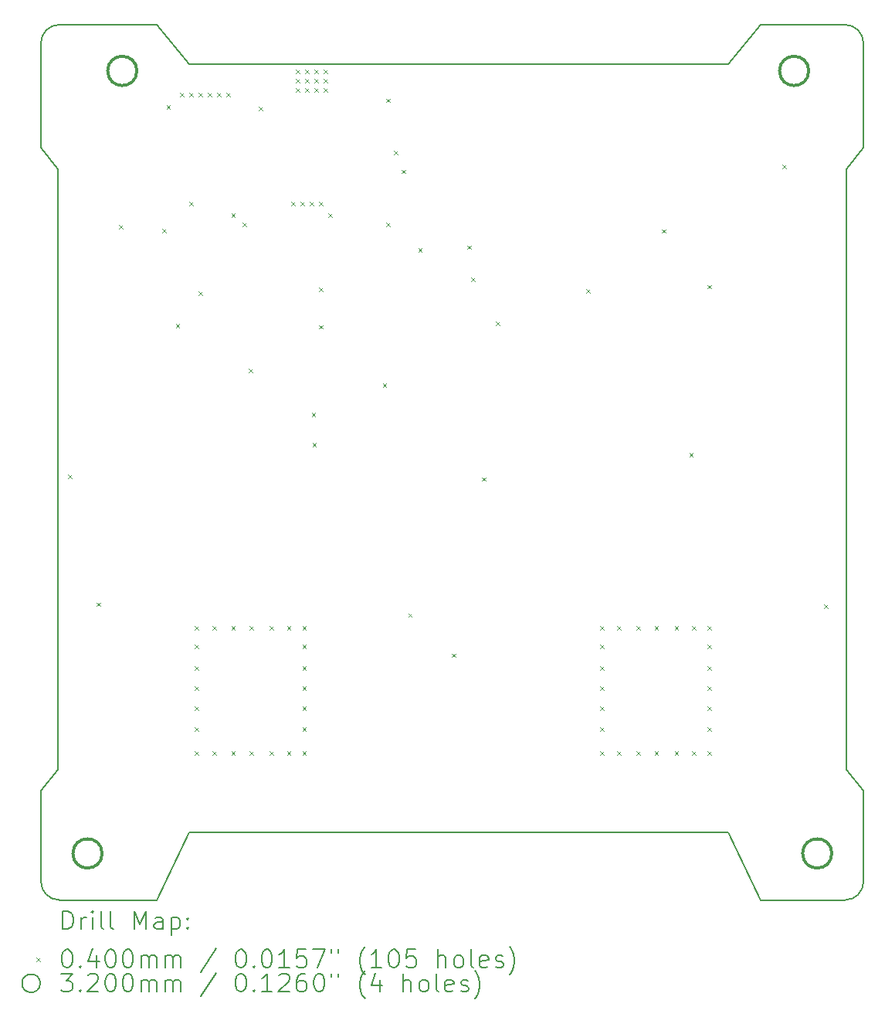
<source format=gbr>
%TF.GenerationSoftware,KiCad,Pcbnew,7.0.2-0*%
%TF.CreationDate,2024-05-08T22:09:41-07:00*%
%TF.ProjectId,MPPT_addon_board,4d505054-5f61-4646-946f-6e5f626f6172,1.4*%
%TF.SameCoordinates,Original*%
%TF.FileFunction,Drillmap*%
%TF.FilePolarity,Positive*%
%FSLAX45Y45*%
G04 Gerber Fmt 4.5, Leading zero omitted, Abs format (unit mm)*
G04 Created by KiCad (PCBNEW 7.0.2-0) date 2024-05-08 22:09:41*
%MOMM*%
%LPD*%
G01*
G04 APERTURE LIST*
%ADD10C,0.150000*%
%ADD11C,0.200000*%
%ADD12C,0.040000*%
%ADD13C,0.320000*%
G04 APERTURE END LIST*
D10*
X18849365Y-5450695D02*
X18850635Y-6600105D01*
X18662675Y-6833785D02*
X18662675Y-12031225D01*
X18849365Y-5450695D02*
G75*
G03*
X18649365Y-5250695I-199995J5D01*
G01*
X18850635Y-13636840D02*
X18849365Y-14639195D01*
X18649365Y-5250695D02*
X17720000Y-5250000D01*
X11098915Y-5250805D02*
X10032365Y-5250695D01*
X18662675Y-12031225D02*
X18662675Y-13410000D01*
X17365000Y-14100000D02*
X17720000Y-14839195D01*
X9836020Y-13636840D02*
X9832365Y-14639195D01*
X9832365Y-5450695D02*
X9831775Y-6600105D01*
X18662675Y-6833785D02*
X18850635Y-6600105D01*
X11455000Y-14100000D02*
X11098915Y-14840465D01*
X11460000Y-5680000D02*
X17370000Y-5680000D01*
X18662675Y-13410000D02*
X18850635Y-13636840D01*
X10020000Y-6833785D02*
X9831775Y-6600105D01*
X17720000Y-5250000D02*
X17370000Y-5680000D01*
X11460000Y-5680000D02*
X11098915Y-5250805D01*
X10032365Y-5250695D02*
G75*
G03*
X9832365Y-5450695I-5J-199995D01*
G01*
X10020000Y-13410000D02*
X10020000Y-6833785D01*
X9832365Y-14639195D02*
G75*
G03*
X10032365Y-14839195I199995J-5D01*
G01*
X17365000Y-14100000D02*
X11455000Y-14100000D01*
X11098915Y-14840465D02*
X10032365Y-14839195D01*
X18649365Y-14839195D02*
X17720000Y-14839195D01*
X10020000Y-13410000D02*
X9836020Y-13636840D01*
X18649365Y-14839195D02*
G75*
G03*
X18849365Y-14639195I5J199995D01*
G01*
D11*
D12*
X10130000Y-10180000D02*
X10170000Y-10220000D01*
X10170000Y-10180000D02*
X10130000Y-10220000D01*
X10440000Y-11580000D02*
X10480000Y-11620000D01*
X10480000Y-11580000D02*
X10440000Y-11620000D01*
X10690000Y-7447600D02*
X10730000Y-7487600D01*
X10730000Y-7447600D02*
X10690000Y-7487600D01*
X11165000Y-7485000D02*
X11205000Y-7525000D01*
X11205000Y-7485000D02*
X11165000Y-7525000D01*
X11210000Y-6130000D02*
X11250000Y-6170000D01*
X11250000Y-6130000D02*
X11210000Y-6170000D01*
X11310000Y-8530000D02*
X11350000Y-8570000D01*
X11350000Y-8530000D02*
X11310000Y-8570000D01*
X11359200Y-5999800D02*
X11399200Y-6039800D01*
X11399200Y-5999800D02*
X11359200Y-6039800D01*
X11460000Y-7190000D02*
X11500000Y-7230000D01*
X11500000Y-7190000D02*
X11460000Y-7230000D01*
X11460800Y-5999800D02*
X11500800Y-6039800D01*
X11500800Y-5999800D02*
X11460800Y-6039800D01*
X11520000Y-11840000D02*
X11560000Y-11880000D01*
X11560000Y-11840000D02*
X11520000Y-11880000D01*
X11520000Y-12040000D02*
X11560000Y-12080000D01*
X11560000Y-12040000D02*
X11520000Y-12080000D01*
X11520000Y-12280000D02*
X11560000Y-12320000D01*
X11560000Y-12280000D02*
X11520000Y-12320000D01*
X11520000Y-12500000D02*
X11560000Y-12540000D01*
X11560000Y-12500000D02*
X11520000Y-12540000D01*
X11520000Y-12720000D02*
X11560000Y-12760000D01*
X11560000Y-12720000D02*
X11520000Y-12760000D01*
X11520000Y-12950000D02*
X11560000Y-12990000D01*
X11560000Y-12950000D02*
X11520000Y-12990000D01*
X11520000Y-13210000D02*
X11560000Y-13250000D01*
X11560000Y-13210000D02*
X11520000Y-13250000D01*
X11560000Y-8170000D02*
X11600000Y-8210000D01*
X11600000Y-8170000D02*
X11560000Y-8210000D01*
X11562400Y-5999800D02*
X11602400Y-6039800D01*
X11602400Y-5999800D02*
X11562400Y-6039800D01*
X11664000Y-5999800D02*
X11704000Y-6039800D01*
X11704000Y-5999800D02*
X11664000Y-6039800D01*
X11710000Y-11840000D02*
X11750000Y-11880000D01*
X11750000Y-11840000D02*
X11710000Y-11880000D01*
X11710000Y-13210000D02*
X11750000Y-13250000D01*
X11750000Y-13210000D02*
X11710000Y-13250000D01*
X11765600Y-5999800D02*
X11805600Y-6039800D01*
X11805600Y-5999800D02*
X11765600Y-6039800D01*
X11867200Y-5999800D02*
X11907200Y-6039800D01*
X11907200Y-5999800D02*
X11867200Y-6039800D01*
X11920000Y-7320000D02*
X11960000Y-7360000D01*
X11960000Y-7320000D02*
X11920000Y-7360000D01*
X11920000Y-11840000D02*
X11960000Y-11880000D01*
X11960000Y-11840000D02*
X11920000Y-11880000D01*
X11920000Y-13210000D02*
X11960000Y-13250000D01*
X11960000Y-13210000D02*
X11920000Y-13250000D01*
X12045000Y-7420000D02*
X12085000Y-7460000D01*
X12085000Y-7420000D02*
X12045000Y-7460000D01*
X12110000Y-9020000D02*
X12150000Y-9060000D01*
X12150000Y-9020000D02*
X12110000Y-9060000D01*
X12120000Y-11840000D02*
X12160000Y-11880000D01*
X12160000Y-11840000D02*
X12120000Y-11880000D01*
X12120000Y-13210000D02*
X12160000Y-13250000D01*
X12160000Y-13210000D02*
X12120000Y-13250000D01*
X12223000Y-6150000D02*
X12263000Y-6190000D01*
X12263000Y-6150000D02*
X12223000Y-6190000D01*
X12340000Y-11840000D02*
X12380000Y-11880000D01*
X12380000Y-11840000D02*
X12340000Y-11880000D01*
X12340000Y-13210000D02*
X12380000Y-13250000D01*
X12380000Y-13210000D02*
X12340000Y-13250000D01*
X12530000Y-11840000D02*
X12570000Y-11880000D01*
X12570000Y-11840000D02*
X12530000Y-11880000D01*
X12530000Y-13210000D02*
X12570000Y-13250000D01*
X12570000Y-13210000D02*
X12530000Y-13250000D01*
X12578400Y-7193600D02*
X12618400Y-7233600D01*
X12618400Y-7193600D02*
X12578400Y-7233600D01*
X12629200Y-5745800D02*
X12669200Y-5785800D01*
X12669200Y-5745800D02*
X12629200Y-5785800D01*
X12629200Y-5847400D02*
X12669200Y-5887400D01*
X12669200Y-5847400D02*
X12629200Y-5887400D01*
X12629200Y-5949000D02*
X12669200Y-5989000D01*
X12669200Y-5949000D02*
X12629200Y-5989000D01*
X12680000Y-7193600D02*
X12720000Y-7233600D01*
X12720000Y-7193600D02*
X12680000Y-7233600D01*
X12700000Y-11840000D02*
X12740000Y-11880000D01*
X12740000Y-11840000D02*
X12700000Y-11880000D01*
X12700000Y-12040000D02*
X12740000Y-12080000D01*
X12740000Y-12040000D02*
X12700000Y-12080000D01*
X12700000Y-12280000D02*
X12740000Y-12320000D01*
X12740000Y-12280000D02*
X12700000Y-12320000D01*
X12700000Y-12500000D02*
X12740000Y-12540000D01*
X12740000Y-12500000D02*
X12700000Y-12540000D01*
X12700000Y-12720000D02*
X12740000Y-12760000D01*
X12740000Y-12720000D02*
X12700000Y-12760000D01*
X12700000Y-12950000D02*
X12740000Y-12990000D01*
X12740000Y-12950000D02*
X12700000Y-12990000D01*
X12700000Y-13210000D02*
X12740000Y-13250000D01*
X12740000Y-13210000D02*
X12700000Y-13250000D01*
X12730800Y-5745800D02*
X12770800Y-5785800D01*
X12770800Y-5745800D02*
X12730800Y-5785800D01*
X12730800Y-5847400D02*
X12770800Y-5887400D01*
X12770800Y-5847400D02*
X12730800Y-5887400D01*
X12730800Y-5949000D02*
X12770800Y-5989000D01*
X12770800Y-5949000D02*
X12730800Y-5989000D01*
X12781600Y-7193600D02*
X12821600Y-7233600D01*
X12821600Y-7193600D02*
X12781600Y-7233600D01*
X12800000Y-9500000D02*
X12840000Y-9540000D01*
X12840000Y-9500000D02*
X12800000Y-9540000D01*
X12810000Y-9830000D02*
X12850000Y-9870000D01*
X12850000Y-9830000D02*
X12810000Y-9870000D01*
X12832400Y-5745800D02*
X12872400Y-5785800D01*
X12872400Y-5745800D02*
X12832400Y-5785800D01*
X12832400Y-5847400D02*
X12872400Y-5887400D01*
X12872400Y-5847400D02*
X12832400Y-5887400D01*
X12832400Y-5949000D02*
X12872400Y-5989000D01*
X12872400Y-5949000D02*
X12832400Y-5989000D01*
X12880000Y-8130000D02*
X12920000Y-8170000D01*
X12920000Y-8130000D02*
X12880000Y-8170000D01*
X12880000Y-8540000D02*
X12920000Y-8580000D01*
X12920000Y-8540000D02*
X12880000Y-8580000D01*
X12883200Y-7193600D02*
X12923200Y-7233600D01*
X12923200Y-7193600D02*
X12883200Y-7233600D01*
X12934000Y-5745800D02*
X12974000Y-5785800D01*
X12974000Y-5745800D02*
X12934000Y-5785800D01*
X12934000Y-5847400D02*
X12974000Y-5887400D01*
X12974000Y-5847400D02*
X12934000Y-5887400D01*
X12934000Y-5949000D02*
X12974000Y-5989000D01*
X12974000Y-5949000D02*
X12934000Y-5989000D01*
X12980000Y-7320000D02*
X13020000Y-7360000D01*
X13020000Y-7320000D02*
X12980000Y-7360000D01*
X13580000Y-9180000D02*
X13620000Y-9220000D01*
X13620000Y-9180000D02*
X13580000Y-9220000D01*
X13620000Y-6060000D02*
X13660000Y-6100000D01*
X13660000Y-6060000D02*
X13620000Y-6100000D01*
X13620000Y-7420000D02*
X13660000Y-7460000D01*
X13660000Y-7420000D02*
X13620000Y-7460000D01*
X13700000Y-6630000D02*
X13740000Y-6670000D01*
X13740000Y-6630000D02*
X13700000Y-6670000D01*
X13790000Y-6840000D02*
X13830000Y-6880000D01*
X13830000Y-6840000D02*
X13790000Y-6880000D01*
X13860000Y-11700000D02*
X13900000Y-11740000D01*
X13900000Y-11700000D02*
X13860000Y-11740000D01*
X13970000Y-7700000D02*
X14010000Y-7740000D01*
X14010000Y-7700000D02*
X13970000Y-7740000D01*
X14340000Y-12140000D02*
X14380000Y-12180000D01*
X14380000Y-12140000D02*
X14340000Y-12180000D01*
X14507550Y-7669950D02*
X14547550Y-7709950D01*
X14547550Y-7669950D02*
X14507550Y-7709950D01*
X14550000Y-8020000D02*
X14590000Y-8060000D01*
X14590000Y-8020000D02*
X14550000Y-8060000D01*
X14670000Y-10210000D02*
X14710000Y-10250000D01*
X14710000Y-10210000D02*
X14670000Y-10250000D01*
X14820000Y-8500000D02*
X14860000Y-8540000D01*
X14860000Y-8500000D02*
X14820000Y-8540000D01*
X15807500Y-8147500D02*
X15847500Y-8187500D01*
X15847500Y-8147500D02*
X15807500Y-8187500D01*
X15960000Y-11840000D02*
X16000000Y-11880000D01*
X16000000Y-11840000D02*
X15960000Y-11880000D01*
X15960000Y-12040000D02*
X16000000Y-12080000D01*
X16000000Y-12040000D02*
X15960000Y-12080000D01*
X15960000Y-12280000D02*
X16000000Y-12320000D01*
X16000000Y-12280000D02*
X15960000Y-12320000D01*
X15960000Y-12500000D02*
X16000000Y-12540000D01*
X16000000Y-12500000D02*
X15960000Y-12540000D01*
X15960000Y-12720000D02*
X16000000Y-12760000D01*
X16000000Y-12720000D02*
X15960000Y-12760000D01*
X15960000Y-12950000D02*
X16000000Y-12990000D01*
X16000000Y-12950000D02*
X15960000Y-12990000D01*
X15960000Y-13210000D02*
X16000000Y-13250000D01*
X16000000Y-13210000D02*
X15960000Y-13250000D01*
X16150000Y-11840000D02*
X16190000Y-11880000D01*
X16190000Y-11840000D02*
X16150000Y-11880000D01*
X16150000Y-13210000D02*
X16190000Y-13250000D01*
X16190000Y-13210000D02*
X16150000Y-13250000D01*
X16360000Y-11840000D02*
X16400000Y-11880000D01*
X16400000Y-11840000D02*
X16360000Y-11880000D01*
X16360000Y-13210000D02*
X16400000Y-13250000D01*
X16400000Y-13210000D02*
X16360000Y-13250000D01*
X16560000Y-11840000D02*
X16600000Y-11880000D01*
X16600000Y-11840000D02*
X16560000Y-11880000D01*
X16560000Y-13210000D02*
X16600000Y-13250000D01*
X16600000Y-13210000D02*
X16560000Y-13250000D01*
X16640000Y-7490000D02*
X16680000Y-7530000D01*
X16680000Y-7490000D02*
X16640000Y-7530000D01*
X16780000Y-11840000D02*
X16820000Y-11880000D01*
X16820000Y-11840000D02*
X16780000Y-11880000D01*
X16780000Y-13210000D02*
X16820000Y-13250000D01*
X16820000Y-13210000D02*
X16780000Y-13250000D01*
X16940000Y-9940000D02*
X16980000Y-9980000D01*
X16980000Y-9940000D02*
X16940000Y-9980000D01*
X16970000Y-11840000D02*
X17010000Y-11880000D01*
X17010000Y-11840000D02*
X16970000Y-11880000D01*
X16970000Y-13210000D02*
X17010000Y-13250000D01*
X17010000Y-13210000D02*
X16970000Y-13250000D01*
X17140000Y-8100000D02*
X17180000Y-8140000D01*
X17180000Y-8100000D02*
X17140000Y-8140000D01*
X17140000Y-11840000D02*
X17180000Y-11880000D01*
X17180000Y-11840000D02*
X17140000Y-11880000D01*
X17140000Y-12040000D02*
X17180000Y-12080000D01*
X17180000Y-12040000D02*
X17140000Y-12080000D01*
X17140000Y-12280000D02*
X17180000Y-12320000D01*
X17180000Y-12280000D02*
X17140000Y-12320000D01*
X17140000Y-12500000D02*
X17180000Y-12540000D01*
X17180000Y-12500000D02*
X17140000Y-12540000D01*
X17140000Y-12720000D02*
X17180000Y-12760000D01*
X17180000Y-12720000D02*
X17140000Y-12760000D01*
X17140000Y-12950000D02*
X17180000Y-12990000D01*
X17180000Y-12950000D02*
X17140000Y-12990000D01*
X17140000Y-13210000D02*
X17180000Y-13250000D01*
X17180000Y-13210000D02*
X17140000Y-13250000D01*
X17963200Y-6787200D02*
X18003200Y-6827200D01*
X18003200Y-6787200D02*
X17963200Y-6827200D01*
X18420000Y-11600000D02*
X18460000Y-11640000D01*
X18460000Y-11600000D02*
X18420000Y-11640000D01*
D13*
X10502610Y-14329410D02*
G75*
G03*
X10502610Y-14329410I-160000J0D01*
G01*
X10883610Y-5756410D02*
G75*
G03*
X10883610Y-5756410I-160000J0D01*
G01*
X18249610Y-5756410D02*
G75*
G03*
X18249610Y-5756410I-160000J0D01*
G01*
X18502610Y-14329410D02*
G75*
G03*
X18502610Y-14329410I-160000J0D01*
G01*
D11*
X10071894Y-15160489D02*
X10071894Y-14960489D01*
X10071894Y-14960489D02*
X10119513Y-14960489D01*
X10119513Y-14960489D02*
X10148085Y-14970013D01*
X10148085Y-14970013D02*
X10167132Y-14989060D01*
X10167132Y-14989060D02*
X10176656Y-15008108D01*
X10176656Y-15008108D02*
X10186180Y-15046203D01*
X10186180Y-15046203D02*
X10186180Y-15074774D01*
X10186180Y-15074774D02*
X10176656Y-15112870D01*
X10176656Y-15112870D02*
X10167132Y-15131917D01*
X10167132Y-15131917D02*
X10148085Y-15150965D01*
X10148085Y-15150965D02*
X10119513Y-15160489D01*
X10119513Y-15160489D02*
X10071894Y-15160489D01*
X10271894Y-15160489D02*
X10271894Y-15027155D01*
X10271894Y-15065251D02*
X10281418Y-15046203D01*
X10281418Y-15046203D02*
X10290942Y-15036679D01*
X10290942Y-15036679D02*
X10309989Y-15027155D01*
X10309989Y-15027155D02*
X10329037Y-15027155D01*
X10395704Y-15160489D02*
X10395704Y-15027155D01*
X10395704Y-14960489D02*
X10386180Y-14970013D01*
X10386180Y-14970013D02*
X10395704Y-14979536D01*
X10395704Y-14979536D02*
X10405227Y-14970013D01*
X10405227Y-14970013D02*
X10395704Y-14960489D01*
X10395704Y-14960489D02*
X10395704Y-14979536D01*
X10519513Y-15160489D02*
X10500465Y-15150965D01*
X10500465Y-15150965D02*
X10490942Y-15131917D01*
X10490942Y-15131917D02*
X10490942Y-14960489D01*
X10624275Y-15160489D02*
X10605227Y-15150965D01*
X10605227Y-15150965D02*
X10595704Y-15131917D01*
X10595704Y-15131917D02*
X10595704Y-14960489D01*
X10852846Y-15160489D02*
X10852846Y-14960489D01*
X10852846Y-14960489D02*
X10919513Y-15103346D01*
X10919513Y-15103346D02*
X10986180Y-14960489D01*
X10986180Y-14960489D02*
X10986180Y-15160489D01*
X11167132Y-15160489D02*
X11167132Y-15055727D01*
X11167132Y-15055727D02*
X11157608Y-15036679D01*
X11157608Y-15036679D02*
X11138561Y-15027155D01*
X11138561Y-15027155D02*
X11100465Y-15027155D01*
X11100465Y-15027155D02*
X11081418Y-15036679D01*
X11167132Y-15150965D02*
X11148085Y-15160489D01*
X11148085Y-15160489D02*
X11100465Y-15160489D01*
X11100465Y-15160489D02*
X11081418Y-15150965D01*
X11081418Y-15150965D02*
X11071894Y-15131917D01*
X11071894Y-15131917D02*
X11071894Y-15112870D01*
X11071894Y-15112870D02*
X11081418Y-15093822D01*
X11081418Y-15093822D02*
X11100465Y-15084298D01*
X11100465Y-15084298D02*
X11148085Y-15084298D01*
X11148085Y-15084298D02*
X11167132Y-15074774D01*
X11262370Y-15027155D02*
X11262370Y-15227155D01*
X11262370Y-15036679D02*
X11281418Y-15027155D01*
X11281418Y-15027155D02*
X11319513Y-15027155D01*
X11319513Y-15027155D02*
X11338561Y-15036679D01*
X11338561Y-15036679D02*
X11348084Y-15046203D01*
X11348084Y-15046203D02*
X11357608Y-15065251D01*
X11357608Y-15065251D02*
X11357608Y-15122393D01*
X11357608Y-15122393D02*
X11348084Y-15141441D01*
X11348084Y-15141441D02*
X11338561Y-15150965D01*
X11338561Y-15150965D02*
X11319513Y-15160489D01*
X11319513Y-15160489D02*
X11281418Y-15160489D01*
X11281418Y-15160489D02*
X11262370Y-15150965D01*
X11443323Y-15141441D02*
X11452846Y-15150965D01*
X11452846Y-15150965D02*
X11443323Y-15160489D01*
X11443323Y-15160489D02*
X11433799Y-15150965D01*
X11433799Y-15150965D02*
X11443323Y-15141441D01*
X11443323Y-15141441D02*
X11443323Y-15160489D01*
X11443323Y-15036679D02*
X11452846Y-15046203D01*
X11452846Y-15046203D02*
X11443323Y-15055727D01*
X11443323Y-15055727D02*
X11433799Y-15046203D01*
X11433799Y-15046203D02*
X11443323Y-15036679D01*
X11443323Y-15036679D02*
X11443323Y-15055727D01*
D12*
X9784275Y-15467965D02*
X9824275Y-15507965D01*
X9824275Y-15467965D02*
X9784275Y-15507965D01*
D11*
X10109989Y-15380489D02*
X10129037Y-15380489D01*
X10129037Y-15380489D02*
X10148085Y-15390013D01*
X10148085Y-15390013D02*
X10157608Y-15399536D01*
X10157608Y-15399536D02*
X10167132Y-15418584D01*
X10167132Y-15418584D02*
X10176656Y-15456679D01*
X10176656Y-15456679D02*
X10176656Y-15504298D01*
X10176656Y-15504298D02*
X10167132Y-15542393D01*
X10167132Y-15542393D02*
X10157608Y-15561441D01*
X10157608Y-15561441D02*
X10148085Y-15570965D01*
X10148085Y-15570965D02*
X10129037Y-15580489D01*
X10129037Y-15580489D02*
X10109989Y-15580489D01*
X10109989Y-15580489D02*
X10090942Y-15570965D01*
X10090942Y-15570965D02*
X10081418Y-15561441D01*
X10081418Y-15561441D02*
X10071894Y-15542393D01*
X10071894Y-15542393D02*
X10062370Y-15504298D01*
X10062370Y-15504298D02*
X10062370Y-15456679D01*
X10062370Y-15456679D02*
X10071894Y-15418584D01*
X10071894Y-15418584D02*
X10081418Y-15399536D01*
X10081418Y-15399536D02*
X10090942Y-15390013D01*
X10090942Y-15390013D02*
X10109989Y-15380489D01*
X10262370Y-15561441D02*
X10271894Y-15570965D01*
X10271894Y-15570965D02*
X10262370Y-15580489D01*
X10262370Y-15580489D02*
X10252846Y-15570965D01*
X10252846Y-15570965D02*
X10262370Y-15561441D01*
X10262370Y-15561441D02*
X10262370Y-15580489D01*
X10443323Y-15447155D02*
X10443323Y-15580489D01*
X10395704Y-15370965D02*
X10348085Y-15513822D01*
X10348085Y-15513822D02*
X10471894Y-15513822D01*
X10586180Y-15380489D02*
X10605227Y-15380489D01*
X10605227Y-15380489D02*
X10624275Y-15390013D01*
X10624275Y-15390013D02*
X10633799Y-15399536D01*
X10633799Y-15399536D02*
X10643323Y-15418584D01*
X10643323Y-15418584D02*
X10652846Y-15456679D01*
X10652846Y-15456679D02*
X10652846Y-15504298D01*
X10652846Y-15504298D02*
X10643323Y-15542393D01*
X10643323Y-15542393D02*
X10633799Y-15561441D01*
X10633799Y-15561441D02*
X10624275Y-15570965D01*
X10624275Y-15570965D02*
X10605227Y-15580489D01*
X10605227Y-15580489D02*
X10586180Y-15580489D01*
X10586180Y-15580489D02*
X10567132Y-15570965D01*
X10567132Y-15570965D02*
X10557608Y-15561441D01*
X10557608Y-15561441D02*
X10548085Y-15542393D01*
X10548085Y-15542393D02*
X10538561Y-15504298D01*
X10538561Y-15504298D02*
X10538561Y-15456679D01*
X10538561Y-15456679D02*
X10548085Y-15418584D01*
X10548085Y-15418584D02*
X10557608Y-15399536D01*
X10557608Y-15399536D02*
X10567132Y-15390013D01*
X10567132Y-15390013D02*
X10586180Y-15380489D01*
X10776656Y-15380489D02*
X10795704Y-15380489D01*
X10795704Y-15380489D02*
X10814751Y-15390013D01*
X10814751Y-15390013D02*
X10824275Y-15399536D01*
X10824275Y-15399536D02*
X10833799Y-15418584D01*
X10833799Y-15418584D02*
X10843323Y-15456679D01*
X10843323Y-15456679D02*
X10843323Y-15504298D01*
X10843323Y-15504298D02*
X10833799Y-15542393D01*
X10833799Y-15542393D02*
X10824275Y-15561441D01*
X10824275Y-15561441D02*
X10814751Y-15570965D01*
X10814751Y-15570965D02*
X10795704Y-15580489D01*
X10795704Y-15580489D02*
X10776656Y-15580489D01*
X10776656Y-15580489D02*
X10757608Y-15570965D01*
X10757608Y-15570965D02*
X10748085Y-15561441D01*
X10748085Y-15561441D02*
X10738561Y-15542393D01*
X10738561Y-15542393D02*
X10729037Y-15504298D01*
X10729037Y-15504298D02*
X10729037Y-15456679D01*
X10729037Y-15456679D02*
X10738561Y-15418584D01*
X10738561Y-15418584D02*
X10748085Y-15399536D01*
X10748085Y-15399536D02*
X10757608Y-15390013D01*
X10757608Y-15390013D02*
X10776656Y-15380489D01*
X10929037Y-15580489D02*
X10929037Y-15447155D01*
X10929037Y-15466203D02*
X10938561Y-15456679D01*
X10938561Y-15456679D02*
X10957608Y-15447155D01*
X10957608Y-15447155D02*
X10986180Y-15447155D01*
X10986180Y-15447155D02*
X11005227Y-15456679D01*
X11005227Y-15456679D02*
X11014751Y-15475727D01*
X11014751Y-15475727D02*
X11014751Y-15580489D01*
X11014751Y-15475727D02*
X11024275Y-15456679D01*
X11024275Y-15456679D02*
X11043323Y-15447155D01*
X11043323Y-15447155D02*
X11071894Y-15447155D01*
X11071894Y-15447155D02*
X11090942Y-15456679D01*
X11090942Y-15456679D02*
X11100466Y-15475727D01*
X11100466Y-15475727D02*
X11100466Y-15580489D01*
X11195704Y-15580489D02*
X11195704Y-15447155D01*
X11195704Y-15466203D02*
X11205227Y-15456679D01*
X11205227Y-15456679D02*
X11224275Y-15447155D01*
X11224275Y-15447155D02*
X11252846Y-15447155D01*
X11252846Y-15447155D02*
X11271894Y-15456679D01*
X11271894Y-15456679D02*
X11281418Y-15475727D01*
X11281418Y-15475727D02*
X11281418Y-15580489D01*
X11281418Y-15475727D02*
X11290942Y-15456679D01*
X11290942Y-15456679D02*
X11309989Y-15447155D01*
X11309989Y-15447155D02*
X11338561Y-15447155D01*
X11338561Y-15447155D02*
X11357608Y-15456679D01*
X11357608Y-15456679D02*
X11367132Y-15475727D01*
X11367132Y-15475727D02*
X11367132Y-15580489D01*
X11757608Y-15370965D02*
X11586180Y-15628108D01*
X12014751Y-15380489D02*
X12033799Y-15380489D01*
X12033799Y-15380489D02*
X12052847Y-15390013D01*
X12052847Y-15390013D02*
X12062370Y-15399536D01*
X12062370Y-15399536D02*
X12071894Y-15418584D01*
X12071894Y-15418584D02*
X12081418Y-15456679D01*
X12081418Y-15456679D02*
X12081418Y-15504298D01*
X12081418Y-15504298D02*
X12071894Y-15542393D01*
X12071894Y-15542393D02*
X12062370Y-15561441D01*
X12062370Y-15561441D02*
X12052847Y-15570965D01*
X12052847Y-15570965D02*
X12033799Y-15580489D01*
X12033799Y-15580489D02*
X12014751Y-15580489D01*
X12014751Y-15580489D02*
X11995704Y-15570965D01*
X11995704Y-15570965D02*
X11986180Y-15561441D01*
X11986180Y-15561441D02*
X11976656Y-15542393D01*
X11976656Y-15542393D02*
X11967132Y-15504298D01*
X11967132Y-15504298D02*
X11967132Y-15456679D01*
X11967132Y-15456679D02*
X11976656Y-15418584D01*
X11976656Y-15418584D02*
X11986180Y-15399536D01*
X11986180Y-15399536D02*
X11995704Y-15390013D01*
X11995704Y-15390013D02*
X12014751Y-15380489D01*
X12167132Y-15561441D02*
X12176656Y-15570965D01*
X12176656Y-15570965D02*
X12167132Y-15580489D01*
X12167132Y-15580489D02*
X12157608Y-15570965D01*
X12157608Y-15570965D02*
X12167132Y-15561441D01*
X12167132Y-15561441D02*
X12167132Y-15580489D01*
X12300466Y-15380489D02*
X12319513Y-15380489D01*
X12319513Y-15380489D02*
X12338561Y-15390013D01*
X12338561Y-15390013D02*
X12348085Y-15399536D01*
X12348085Y-15399536D02*
X12357608Y-15418584D01*
X12357608Y-15418584D02*
X12367132Y-15456679D01*
X12367132Y-15456679D02*
X12367132Y-15504298D01*
X12367132Y-15504298D02*
X12357608Y-15542393D01*
X12357608Y-15542393D02*
X12348085Y-15561441D01*
X12348085Y-15561441D02*
X12338561Y-15570965D01*
X12338561Y-15570965D02*
X12319513Y-15580489D01*
X12319513Y-15580489D02*
X12300466Y-15580489D01*
X12300466Y-15580489D02*
X12281418Y-15570965D01*
X12281418Y-15570965D02*
X12271894Y-15561441D01*
X12271894Y-15561441D02*
X12262370Y-15542393D01*
X12262370Y-15542393D02*
X12252847Y-15504298D01*
X12252847Y-15504298D02*
X12252847Y-15456679D01*
X12252847Y-15456679D02*
X12262370Y-15418584D01*
X12262370Y-15418584D02*
X12271894Y-15399536D01*
X12271894Y-15399536D02*
X12281418Y-15390013D01*
X12281418Y-15390013D02*
X12300466Y-15380489D01*
X12557608Y-15580489D02*
X12443323Y-15580489D01*
X12500466Y-15580489D02*
X12500466Y-15380489D01*
X12500466Y-15380489D02*
X12481418Y-15409060D01*
X12481418Y-15409060D02*
X12462370Y-15428108D01*
X12462370Y-15428108D02*
X12443323Y-15437632D01*
X12738561Y-15380489D02*
X12643323Y-15380489D01*
X12643323Y-15380489D02*
X12633799Y-15475727D01*
X12633799Y-15475727D02*
X12643323Y-15466203D01*
X12643323Y-15466203D02*
X12662370Y-15456679D01*
X12662370Y-15456679D02*
X12709989Y-15456679D01*
X12709989Y-15456679D02*
X12729037Y-15466203D01*
X12729037Y-15466203D02*
X12738561Y-15475727D01*
X12738561Y-15475727D02*
X12748085Y-15494774D01*
X12748085Y-15494774D02*
X12748085Y-15542393D01*
X12748085Y-15542393D02*
X12738561Y-15561441D01*
X12738561Y-15561441D02*
X12729037Y-15570965D01*
X12729037Y-15570965D02*
X12709989Y-15580489D01*
X12709989Y-15580489D02*
X12662370Y-15580489D01*
X12662370Y-15580489D02*
X12643323Y-15570965D01*
X12643323Y-15570965D02*
X12633799Y-15561441D01*
X12814751Y-15380489D02*
X12948085Y-15380489D01*
X12948085Y-15380489D02*
X12862370Y-15580489D01*
X13014751Y-15380489D02*
X13014751Y-15418584D01*
X13090942Y-15380489D02*
X13090942Y-15418584D01*
X13386180Y-15656679D02*
X13376656Y-15647155D01*
X13376656Y-15647155D02*
X13357609Y-15618584D01*
X13357609Y-15618584D02*
X13348085Y-15599536D01*
X13348085Y-15599536D02*
X13338561Y-15570965D01*
X13338561Y-15570965D02*
X13329037Y-15523346D01*
X13329037Y-15523346D02*
X13329037Y-15485251D01*
X13329037Y-15485251D02*
X13338561Y-15437632D01*
X13338561Y-15437632D02*
X13348085Y-15409060D01*
X13348085Y-15409060D02*
X13357609Y-15390013D01*
X13357609Y-15390013D02*
X13376656Y-15361441D01*
X13376656Y-15361441D02*
X13386180Y-15351917D01*
X13567132Y-15580489D02*
X13452847Y-15580489D01*
X13509989Y-15580489D02*
X13509989Y-15380489D01*
X13509989Y-15380489D02*
X13490942Y-15409060D01*
X13490942Y-15409060D02*
X13471894Y-15428108D01*
X13471894Y-15428108D02*
X13452847Y-15437632D01*
X13690942Y-15380489D02*
X13709990Y-15380489D01*
X13709990Y-15380489D02*
X13729037Y-15390013D01*
X13729037Y-15390013D02*
X13738561Y-15399536D01*
X13738561Y-15399536D02*
X13748085Y-15418584D01*
X13748085Y-15418584D02*
X13757609Y-15456679D01*
X13757609Y-15456679D02*
X13757609Y-15504298D01*
X13757609Y-15504298D02*
X13748085Y-15542393D01*
X13748085Y-15542393D02*
X13738561Y-15561441D01*
X13738561Y-15561441D02*
X13729037Y-15570965D01*
X13729037Y-15570965D02*
X13709990Y-15580489D01*
X13709990Y-15580489D02*
X13690942Y-15580489D01*
X13690942Y-15580489D02*
X13671894Y-15570965D01*
X13671894Y-15570965D02*
X13662370Y-15561441D01*
X13662370Y-15561441D02*
X13652847Y-15542393D01*
X13652847Y-15542393D02*
X13643323Y-15504298D01*
X13643323Y-15504298D02*
X13643323Y-15456679D01*
X13643323Y-15456679D02*
X13652847Y-15418584D01*
X13652847Y-15418584D02*
X13662370Y-15399536D01*
X13662370Y-15399536D02*
X13671894Y-15390013D01*
X13671894Y-15390013D02*
X13690942Y-15380489D01*
X13938561Y-15380489D02*
X13843323Y-15380489D01*
X13843323Y-15380489D02*
X13833799Y-15475727D01*
X13833799Y-15475727D02*
X13843323Y-15466203D01*
X13843323Y-15466203D02*
X13862370Y-15456679D01*
X13862370Y-15456679D02*
X13909990Y-15456679D01*
X13909990Y-15456679D02*
X13929037Y-15466203D01*
X13929037Y-15466203D02*
X13938561Y-15475727D01*
X13938561Y-15475727D02*
X13948085Y-15494774D01*
X13948085Y-15494774D02*
X13948085Y-15542393D01*
X13948085Y-15542393D02*
X13938561Y-15561441D01*
X13938561Y-15561441D02*
X13929037Y-15570965D01*
X13929037Y-15570965D02*
X13909990Y-15580489D01*
X13909990Y-15580489D02*
X13862370Y-15580489D01*
X13862370Y-15580489D02*
X13843323Y-15570965D01*
X13843323Y-15570965D02*
X13833799Y-15561441D01*
X14186180Y-15580489D02*
X14186180Y-15380489D01*
X14271894Y-15580489D02*
X14271894Y-15475727D01*
X14271894Y-15475727D02*
X14262371Y-15456679D01*
X14262371Y-15456679D02*
X14243323Y-15447155D01*
X14243323Y-15447155D02*
X14214751Y-15447155D01*
X14214751Y-15447155D02*
X14195704Y-15456679D01*
X14195704Y-15456679D02*
X14186180Y-15466203D01*
X14395704Y-15580489D02*
X14376656Y-15570965D01*
X14376656Y-15570965D02*
X14367132Y-15561441D01*
X14367132Y-15561441D02*
X14357609Y-15542393D01*
X14357609Y-15542393D02*
X14357609Y-15485251D01*
X14357609Y-15485251D02*
X14367132Y-15466203D01*
X14367132Y-15466203D02*
X14376656Y-15456679D01*
X14376656Y-15456679D02*
X14395704Y-15447155D01*
X14395704Y-15447155D02*
X14424275Y-15447155D01*
X14424275Y-15447155D02*
X14443323Y-15456679D01*
X14443323Y-15456679D02*
X14452847Y-15466203D01*
X14452847Y-15466203D02*
X14462371Y-15485251D01*
X14462371Y-15485251D02*
X14462371Y-15542393D01*
X14462371Y-15542393D02*
X14452847Y-15561441D01*
X14452847Y-15561441D02*
X14443323Y-15570965D01*
X14443323Y-15570965D02*
X14424275Y-15580489D01*
X14424275Y-15580489D02*
X14395704Y-15580489D01*
X14576656Y-15580489D02*
X14557609Y-15570965D01*
X14557609Y-15570965D02*
X14548085Y-15551917D01*
X14548085Y-15551917D02*
X14548085Y-15380489D01*
X14729037Y-15570965D02*
X14709990Y-15580489D01*
X14709990Y-15580489D02*
X14671894Y-15580489D01*
X14671894Y-15580489D02*
X14652847Y-15570965D01*
X14652847Y-15570965D02*
X14643323Y-15551917D01*
X14643323Y-15551917D02*
X14643323Y-15475727D01*
X14643323Y-15475727D02*
X14652847Y-15456679D01*
X14652847Y-15456679D02*
X14671894Y-15447155D01*
X14671894Y-15447155D02*
X14709990Y-15447155D01*
X14709990Y-15447155D02*
X14729037Y-15456679D01*
X14729037Y-15456679D02*
X14738561Y-15475727D01*
X14738561Y-15475727D02*
X14738561Y-15494774D01*
X14738561Y-15494774D02*
X14643323Y-15513822D01*
X14814752Y-15570965D02*
X14833799Y-15580489D01*
X14833799Y-15580489D02*
X14871894Y-15580489D01*
X14871894Y-15580489D02*
X14890942Y-15570965D01*
X14890942Y-15570965D02*
X14900466Y-15551917D01*
X14900466Y-15551917D02*
X14900466Y-15542393D01*
X14900466Y-15542393D02*
X14890942Y-15523346D01*
X14890942Y-15523346D02*
X14871894Y-15513822D01*
X14871894Y-15513822D02*
X14843323Y-15513822D01*
X14843323Y-15513822D02*
X14824275Y-15504298D01*
X14824275Y-15504298D02*
X14814752Y-15485251D01*
X14814752Y-15485251D02*
X14814752Y-15475727D01*
X14814752Y-15475727D02*
X14824275Y-15456679D01*
X14824275Y-15456679D02*
X14843323Y-15447155D01*
X14843323Y-15447155D02*
X14871894Y-15447155D01*
X14871894Y-15447155D02*
X14890942Y-15456679D01*
X14967133Y-15656679D02*
X14976656Y-15647155D01*
X14976656Y-15647155D02*
X14995704Y-15618584D01*
X14995704Y-15618584D02*
X15005228Y-15599536D01*
X15005228Y-15599536D02*
X15014752Y-15570965D01*
X15014752Y-15570965D02*
X15024275Y-15523346D01*
X15024275Y-15523346D02*
X15024275Y-15485251D01*
X15024275Y-15485251D02*
X15014752Y-15437632D01*
X15014752Y-15437632D02*
X15005228Y-15409060D01*
X15005228Y-15409060D02*
X14995704Y-15390013D01*
X14995704Y-15390013D02*
X14976656Y-15361441D01*
X14976656Y-15361441D02*
X14967133Y-15351917D01*
X9824275Y-15751965D02*
G75*
G03*
X9824275Y-15751965I-100000J0D01*
G01*
X10052846Y-15644489D02*
X10176656Y-15644489D01*
X10176656Y-15644489D02*
X10109989Y-15720679D01*
X10109989Y-15720679D02*
X10138561Y-15720679D01*
X10138561Y-15720679D02*
X10157608Y-15730203D01*
X10157608Y-15730203D02*
X10167132Y-15739727D01*
X10167132Y-15739727D02*
X10176656Y-15758774D01*
X10176656Y-15758774D02*
X10176656Y-15806393D01*
X10176656Y-15806393D02*
X10167132Y-15825441D01*
X10167132Y-15825441D02*
X10157608Y-15834965D01*
X10157608Y-15834965D02*
X10138561Y-15844489D01*
X10138561Y-15844489D02*
X10081418Y-15844489D01*
X10081418Y-15844489D02*
X10062370Y-15834965D01*
X10062370Y-15834965D02*
X10052846Y-15825441D01*
X10262370Y-15825441D02*
X10271894Y-15834965D01*
X10271894Y-15834965D02*
X10262370Y-15844489D01*
X10262370Y-15844489D02*
X10252846Y-15834965D01*
X10252846Y-15834965D02*
X10262370Y-15825441D01*
X10262370Y-15825441D02*
X10262370Y-15844489D01*
X10348085Y-15663536D02*
X10357608Y-15654013D01*
X10357608Y-15654013D02*
X10376656Y-15644489D01*
X10376656Y-15644489D02*
X10424275Y-15644489D01*
X10424275Y-15644489D02*
X10443323Y-15654013D01*
X10443323Y-15654013D02*
X10452846Y-15663536D01*
X10452846Y-15663536D02*
X10462370Y-15682584D01*
X10462370Y-15682584D02*
X10462370Y-15701632D01*
X10462370Y-15701632D02*
X10452846Y-15730203D01*
X10452846Y-15730203D02*
X10338561Y-15844489D01*
X10338561Y-15844489D02*
X10462370Y-15844489D01*
X10586180Y-15644489D02*
X10605227Y-15644489D01*
X10605227Y-15644489D02*
X10624275Y-15654013D01*
X10624275Y-15654013D02*
X10633799Y-15663536D01*
X10633799Y-15663536D02*
X10643323Y-15682584D01*
X10643323Y-15682584D02*
X10652846Y-15720679D01*
X10652846Y-15720679D02*
X10652846Y-15768298D01*
X10652846Y-15768298D02*
X10643323Y-15806393D01*
X10643323Y-15806393D02*
X10633799Y-15825441D01*
X10633799Y-15825441D02*
X10624275Y-15834965D01*
X10624275Y-15834965D02*
X10605227Y-15844489D01*
X10605227Y-15844489D02*
X10586180Y-15844489D01*
X10586180Y-15844489D02*
X10567132Y-15834965D01*
X10567132Y-15834965D02*
X10557608Y-15825441D01*
X10557608Y-15825441D02*
X10548085Y-15806393D01*
X10548085Y-15806393D02*
X10538561Y-15768298D01*
X10538561Y-15768298D02*
X10538561Y-15720679D01*
X10538561Y-15720679D02*
X10548085Y-15682584D01*
X10548085Y-15682584D02*
X10557608Y-15663536D01*
X10557608Y-15663536D02*
X10567132Y-15654013D01*
X10567132Y-15654013D02*
X10586180Y-15644489D01*
X10776656Y-15644489D02*
X10795704Y-15644489D01*
X10795704Y-15644489D02*
X10814751Y-15654013D01*
X10814751Y-15654013D02*
X10824275Y-15663536D01*
X10824275Y-15663536D02*
X10833799Y-15682584D01*
X10833799Y-15682584D02*
X10843323Y-15720679D01*
X10843323Y-15720679D02*
X10843323Y-15768298D01*
X10843323Y-15768298D02*
X10833799Y-15806393D01*
X10833799Y-15806393D02*
X10824275Y-15825441D01*
X10824275Y-15825441D02*
X10814751Y-15834965D01*
X10814751Y-15834965D02*
X10795704Y-15844489D01*
X10795704Y-15844489D02*
X10776656Y-15844489D01*
X10776656Y-15844489D02*
X10757608Y-15834965D01*
X10757608Y-15834965D02*
X10748085Y-15825441D01*
X10748085Y-15825441D02*
X10738561Y-15806393D01*
X10738561Y-15806393D02*
X10729037Y-15768298D01*
X10729037Y-15768298D02*
X10729037Y-15720679D01*
X10729037Y-15720679D02*
X10738561Y-15682584D01*
X10738561Y-15682584D02*
X10748085Y-15663536D01*
X10748085Y-15663536D02*
X10757608Y-15654013D01*
X10757608Y-15654013D02*
X10776656Y-15644489D01*
X10929037Y-15844489D02*
X10929037Y-15711155D01*
X10929037Y-15730203D02*
X10938561Y-15720679D01*
X10938561Y-15720679D02*
X10957608Y-15711155D01*
X10957608Y-15711155D02*
X10986180Y-15711155D01*
X10986180Y-15711155D02*
X11005227Y-15720679D01*
X11005227Y-15720679D02*
X11014751Y-15739727D01*
X11014751Y-15739727D02*
X11014751Y-15844489D01*
X11014751Y-15739727D02*
X11024275Y-15720679D01*
X11024275Y-15720679D02*
X11043323Y-15711155D01*
X11043323Y-15711155D02*
X11071894Y-15711155D01*
X11071894Y-15711155D02*
X11090942Y-15720679D01*
X11090942Y-15720679D02*
X11100466Y-15739727D01*
X11100466Y-15739727D02*
X11100466Y-15844489D01*
X11195704Y-15844489D02*
X11195704Y-15711155D01*
X11195704Y-15730203D02*
X11205227Y-15720679D01*
X11205227Y-15720679D02*
X11224275Y-15711155D01*
X11224275Y-15711155D02*
X11252846Y-15711155D01*
X11252846Y-15711155D02*
X11271894Y-15720679D01*
X11271894Y-15720679D02*
X11281418Y-15739727D01*
X11281418Y-15739727D02*
X11281418Y-15844489D01*
X11281418Y-15739727D02*
X11290942Y-15720679D01*
X11290942Y-15720679D02*
X11309989Y-15711155D01*
X11309989Y-15711155D02*
X11338561Y-15711155D01*
X11338561Y-15711155D02*
X11357608Y-15720679D01*
X11357608Y-15720679D02*
X11367132Y-15739727D01*
X11367132Y-15739727D02*
X11367132Y-15844489D01*
X11757608Y-15634965D02*
X11586180Y-15892108D01*
X12014751Y-15644489D02*
X12033799Y-15644489D01*
X12033799Y-15644489D02*
X12052847Y-15654013D01*
X12052847Y-15654013D02*
X12062370Y-15663536D01*
X12062370Y-15663536D02*
X12071894Y-15682584D01*
X12071894Y-15682584D02*
X12081418Y-15720679D01*
X12081418Y-15720679D02*
X12081418Y-15768298D01*
X12081418Y-15768298D02*
X12071894Y-15806393D01*
X12071894Y-15806393D02*
X12062370Y-15825441D01*
X12062370Y-15825441D02*
X12052847Y-15834965D01*
X12052847Y-15834965D02*
X12033799Y-15844489D01*
X12033799Y-15844489D02*
X12014751Y-15844489D01*
X12014751Y-15844489D02*
X11995704Y-15834965D01*
X11995704Y-15834965D02*
X11986180Y-15825441D01*
X11986180Y-15825441D02*
X11976656Y-15806393D01*
X11976656Y-15806393D02*
X11967132Y-15768298D01*
X11967132Y-15768298D02*
X11967132Y-15720679D01*
X11967132Y-15720679D02*
X11976656Y-15682584D01*
X11976656Y-15682584D02*
X11986180Y-15663536D01*
X11986180Y-15663536D02*
X11995704Y-15654013D01*
X11995704Y-15654013D02*
X12014751Y-15644489D01*
X12167132Y-15825441D02*
X12176656Y-15834965D01*
X12176656Y-15834965D02*
X12167132Y-15844489D01*
X12167132Y-15844489D02*
X12157608Y-15834965D01*
X12157608Y-15834965D02*
X12167132Y-15825441D01*
X12167132Y-15825441D02*
X12167132Y-15844489D01*
X12367132Y-15844489D02*
X12252847Y-15844489D01*
X12309989Y-15844489D02*
X12309989Y-15644489D01*
X12309989Y-15644489D02*
X12290942Y-15673060D01*
X12290942Y-15673060D02*
X12271894Y-15692108D01*
X12271894Y-15692108D02*
X12252847Y-15701632D01*
X12443323Y-15663536D02*
X12452847Y-15654013D01*
X12452847Y-15654013D02*
X12471894Y-15644489D01*
X12471894Y-15644489D02*
X12519513Y-15644489D01*
X12519513Y-15644489D02*
X12538561Y-15654013D01*
X12538561Y-15654013D02*
X12548085Y-15663536D01*
X12548085Y-15663536D02*
X12557608Y-15682584D01*
X12557608Y-15682584D02*
X12557608Y-15701632D01*
X12557608Y-15701632D02*
X12548085Y-15730203D01*
X12548085Y-15730203D02*
X12433799Y-15844489D01*
X12433799Y-15844489D02*
X12557608Y-15844489D01*
X12729037Y-15644489D02*
X12690942Y-15644489D01*
X12690942Y-15644489D02*
X12671894Y-15654013D01*
X12671894Y-15654013D02*
X12662370Y-15663536D01*
X12662370Y-15663536D02*
X12643323Y-15692108D01*
X12643323Y-15692108D02*
X12633799Y-15730203D01*
X12633799Y-15730203D02*
X12633799Y-15806393D01*
X12633799Y-15806393D02*
X12643323Y-15825441D01*
X12643323Y-15825441D02*
X12652847Y-15834965D01*
X12652847Y-15834965D02*
X12671894Y-15844489D01*
X12671894Y-15844489D02*
X12709989Y-15844489D01*
X12709989Y-15844489D02*
X12729037Y-15834965D01*
X12729037Y-15834965D02*
X12738561Y-15825441D01*
X12738561Y-15825441D02*
X12748085Y-15806393D01*
X12748085Y-15806393D02*
X12748085Y-15758774D01*
X12748085Y-15758774D02*
X12738561Y-15739727D01*
X12738561Y-15739727D02*
X12729037Y-15730203D01*
X12729037Y-15730203D02*
X12709989Y-15720679D01*
X12709989Y-15720679D02*
X12671894Y-15720679D01*
X12671894Y-15720679D02*
X12652847Y-15730203D01*
X12652847Y-15730203D02*
X12643323Y-15739727D01*
X12643323Y-15739727D02*
X12633799Y-15758774D01*
X12871894Y-15644489D02*
X12890942Y-15644489D01*
X12890942Y-15644489D02*
X12909989Y-15654013D01*
X12909989Y-15654013D02*
X12919513Y-15663536D01*
X12919513Y-15663536D02*
X12929037Y-15682584D01*
X12929037Y-15682584D02*
X12938561Y-15720679D01*
X12938561Y-15720679D02*
X12938561Y-15768298D01*
X12938561Y-15768298D02*
X12929037Y-15806393D01*
X12929037Y-15806393D02*
X12919513Y-15825441D01*
X12919513Y-15825441D02*
X12909989Y-15834965D01*
X12909989Y-15834965D02*
X12890942Y-15844489D01*
X12890942Y-15844489D02*
X12871894Y-15844489D01*
X12871894Y-15844489D02*
X12852847Y-15834965D01*
X12852847Y-15834965D02*
X12843323Y-15825441D01*
X12843323Y-15825441D02*
X12833799Y-15806393D01*
X12833799Y-15806393D02*
X12824275Y-15768298D01*
X12824275Y-15768298D02*
X12824275Y-15720679D01*
X12824275Y-15720679D02*
X12833799Y-15682584D01*
X12833799Y-15682584D02*
X12843323Y-15663536D01*
X12843323Y-15663536D02*
X12852847Y-15654013D01*
X12852847Y-15654013D02*
X12871894Y-15644489D01*
X13014751Y-15644489D02*
X13014751Y-15682584D01*
X13090942Y-15644489D02*
X13090942Y-15682584D01*
X13386180Y-15920679D02*
X13376656Y-15911155D01*
X13376656Y-15911155D02*
X13357609Y-15882584D01*
X13357609Y-15882584D02*
X13348085Y-15863536D01*
X13348085Y-15863536D02*
X13338561Y-15834965D01*
X13338561Y-15834965D02*
X13329037Y-15787346D01*
X13329037Y-15787346D02*
X13329037Y-15749251D01*
X13329037Y-15749251D02*
X13338561Y-15701632D01*
X13338561Y-15701632D02*
X13348085Y-15673060D01*
X13348085Y-15673060D02*
X13357609Y-15654013D01*
X13357609Y-15654013D02*
X13376656Y-15625441D01*
X13376656Y-15625441D02*
X13386180Y-15615917D01*
X13548085Y-15711155D02*
X13548085Y-15844489D01*
X13500466Y-15634965D02*
X13452847Y-15777822D01*
X13452847Y-15777822D02*
X13576656Y-15777822D01*
X13805228Y-15844489D02*
X13805228Y-15644489D01*
X13890942Y-15844489D02*
X13890942Y-15739727D01*
X13890942Y-15739727D02*
X13881418Y-15720679D01*
X13881418Y-15720679D02*
X13862371Y-15711155D01*
X13862371Y-15711155D02*
X13833799Y-15711155D01*
X13833799Y-15711155D02*
X13814751Y-15720679D01*
X13814751Y-15720679D02*
X13805228Y-15730203D01*
X14014751Y-15844489D02*
X13995704Y-15834965D01*
X13995704Y-15834965D02*
X13986180Y-15825441D01*
X13986180Y-15825441D02*
X13976656Y-15806393D01*
X13976656Y-15806393D02*
X13976656Y-15749251D01*
X13976656Y-15749251D02*
X13986180Y-15730203D01*
X13986180Y-15730203D02*
X13995704Y-15720679D01*
X13995704Y-15720679D02*
X14014751Y-15711155D01*
X14014751Y-15711155D02*
X14043323Y-15711155D01*
X14043323Y-15711155D02*
X14062371Y-15720679D01*
X14062371Y-15720679D02*
X14071894Y-15730203D01*
X14071894Y-15730203D02*
X14081418Y-15749251D01*
X14081418Y-15749251D02*
X14081418Y-15806393D01*
X14081418Y-15806393D02*
X14071894Y-15825441D01*
X14071894Y-15825441D02*
X14062371Y-15834965D01*
X14062371Y-15834965D02*
X14043323Y-15844489D01*
X14043323Y-15844489D02*
X14014751Y-15844489D01*
X14195704Y-15844489D02*
X14176656Y-15834965D01*
X14176656Y-15834965D02*
X14167132Y-15815917D01*
X14167132Y-15815917D02*
X14167132Y-15644489D01*
X14348085Y-15834965D02*
X14329037Y-15844489D01*
X14329037Y-15844489D02*
X14290942Y-15844489D01*
X14290942Y-15844489D02*
X14271894Y-15834965D01*
X14271894Y-15834965D02*
X14262371Y-15815917D01*
X14262371Y-15815917D02*
X14262371Y-15739727D01*
X14262371Y-15739727D02*
X14271894Y-15720679D01*
X14271894Y-15720679D02*
X14290942Y-15711155D01*
X14290942Y-15711155D02*
X14329037Y-15711155D01*
X14329037Y-15711155D02*
X14348085Y-15720679D01*
X14348085Y-15720679D02*
X14357609Y-15739727D01*
X14357609Y-15739727D02*
X14357609Y-15758774D01*
X14357609Y-15758774D02*
X14262371Y-15777822D01*
X14433799Y-15834965D02*
X14452847Y-15844489D01*
X14452847Y-15844489D02*
X14490942Y-15844489D01*
X14490942Y-15844489D02*
X14509990Y-15834965D01*
X14509990Y-15834965D02*
X14519513Y-15815917D01*
X14519513Y-15815917D02*
X14519513Y-15806393D01*
X14519513Y-15806393D02*
X14509990Y-15787346D01*
X14509990Y-15787346D02*
X14490942Y-15777822D01*
X14490942Y-15777822D02*
X14462371Y-15777822D01*
X14462371Y-15777822D02*
X14443323Y-15768298D01*
X14443323Y-15768298D02*
X14433799Y-15749251D01*
X14433799Y-15749251D02*
X14433799Y-15739727D01*
X14433799Y-15739727D02*
X14443323Y-15720679D01*
X14443323Y-15720679D02*
X14462371Y-15711155D01*
X14462371Y-15711155D02*
X14490942Y-15711155D01*
X14490942Y-15711155D02*
X14509990Y-15720679D01*
X14586180Y-15920679D02*
X14595704Y-15911155D01*
X14595704Y-15911155D02*
X14614752Y-15882584D01*
X14614752Y-15882584D02*
X14624275Y-15863536D01*
X14624275Y-15863536D02*
X14633799Y-15834965D01*
X14633799Y-15834965D02*
X14643323Y-15787346D01*
X14643323Y-15787346D02*
X14643323Y-15749251D01*
X14643323Y-15749251D02*
X14633799Y-15701632D01*
X14633799Y-15701632D02*
X14624275Y-15673060D01*
X14624275Y-15673060D02*
X14614752Y-15654013D01*
X14614752Y-15654013D02*
X14595704Y-15625441D01*
X14595704Y-15625441D02*
X14586180Y-15615917D01*
M02*

</source>
